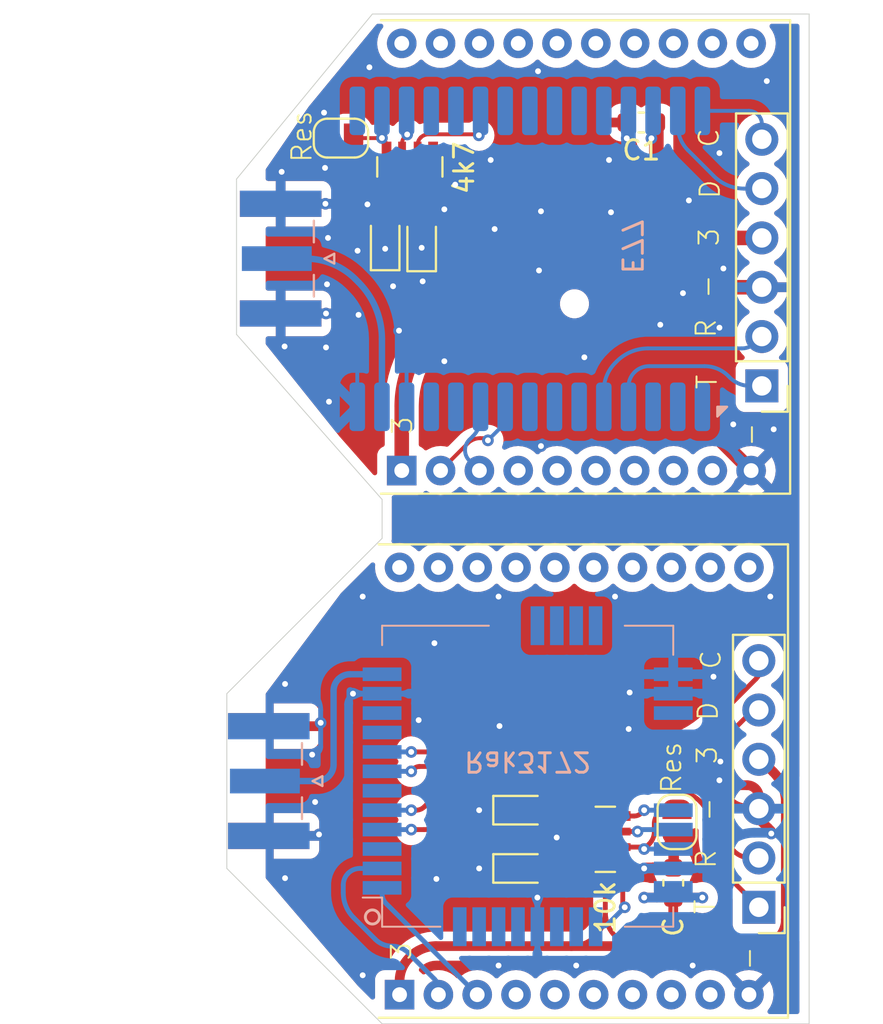
<source format=kicad_pcb>
(kicad_pcb (version 20240108) (generator "pcbnew") (generator_version "8.0")
  (layers (0 "F.Cu" signal) (31 "B.Cu" signal) (34 "B.Paste" user) (35 "F.Paste" user) (36 "B.SilkS" user "B.Silkscreen") (37 "F.SilkS" user "F.Silkscreen") (38 "B.Mask" user) (39 "F.Mask" user) (44 "Edge.Cuts" user))
  (net 0 "")
  (net 1 "Net-(J1-Pin_1)")
  (net 2 "Net-(J1-Pin_2)")
  (net 3 "Net-(JP1-B)")
  (net 4 "Net-(JP2-B)")
  (net 33 "Net-(J1-Pin_4)")
  (net 34 "Net-(J1-Pin_6)")
  (net 35 "/a3")
  (net 36 "Net-(J1-Pin_5)")
  (net 37 "/a2")
  (net 38 "Net-(AE1-A)")
  (net 39 "Net-(D1-A)")
  (net 40 "Net-(D2-A)")
  (net 41 "/b6")
  (net 42 "/b7R")
  (net 43 "Net-(RN1-R3.1)")
  (net 45 "Net-(RN1-R1.2)")
  (net 46 "Net-(RN1-R2.1)")
  (net 50 "Net-(U2-DIN)")
  (net 51 "Net-(U2-DOUT)")
  (net 57 "Net-(D3-A)")
  (net 58 "Net-(D4-A)")
  (net 70 "Net-(AE2-A)")
  (net 71 "Net-(J2-Pin_4)")
  (net 72 "GND")
  (net 73 "Net-(J2-Pin_6)")
  (net 74 "Net-(J2-Pin_5)")
  (net 75 "Net-(RN2-R4.1)")
  (net 76 "Net-(RN2-R1.1)")
  (net 77 "Net-(RN2-R3.1)")
  (footprint "LED_SMD:LED_0603_1608Metric" (layer "F.Cu") (at 121.7125 110)
    (property "Reference" "D4" (hide yes))
    (property "Value" "LED")
  )
  (footprint "Jumper:SolderJumper-2_P1.3mm_Open_RoundedPad1.0x1.5mm" (layer "F.Cu") (at 129.6924 107.6048 90)
    (property "Reference" "JP2" (hide yes))
    (property "Value" "Jumper_2_Open")
  )
  (footprint "Resistor_SMD:R_Array_Convex_4x0603" (layer "F.Cu") (at 115.9284 73.8726 -90)
    (property "Reference" "RN1")
    (property "Value" "4k7")
  )
  (footprint "Connector_PinHeader_2.54mm:PinHeader_1x06_P2.54mm_Vertical" (layer "F.Cu") (at 134.064 85.1502 180)
    (property "Reference" "J2")
    (property "Value" "Conn_01x06_Pin")
  )
  (footprint "LED_SMD:LED_0603_1608Metric" (layer "F.Cu") (at 114.6584 77.7081 90)
    (property "Reference" "D1")
    (property "Value" "LED")
  )
  (footprint "Capacitor_SMD:C_0603_1608Metric" (layer "F.Cu") (at 129.5 110.744 90)
    (property "Reference" "C2" (hide yes))
    (property "Value" "C")
  )
  (footprint "1meine:XBee-KiCad-Rookie" (layer "F.Cu") (at 135.41 117.69 90)
    (property "Reference" "U2" (hide yes))
    (property "Value" "XBEE_MODULE")
  )
  (footprint "LED_SMD:LED_0603_1608Metric" (layer "F.Cu") (at 121.7125 107)
    (property "Reference" "D3" (hide yes))
    (property "Value" "LED")
  )
  (footprint "1meine:XBee-KiCad-Rookie" (layer "F.Cu") (at 135.5216 90.7016 90)
    (property "Reference" "U1")
    (property "Value" "XBEE_MODULE")
  )
  (footprint "Resistor_SMD:R_Array_Convex_4x0603" (layer "F.Cu") (at 126 108.5 180)
    (property "Reference" "RN2" (hide yes))
    (property "Value" "10k")
  )
  (footprint "LED_SMD:LED_0603_1608Metric" (layer "F.Cu") (at 116.538 77.7589 90)
    (property "Reference" "D2")
    (property "Value" "LED")
  )
  (footprint "Capacitor_SMD:C_0603_1608Metric" (layer "F.Cu") (at 127.8534 71.5866 180)
    (property "Reference" "C1")
    (property "Value" "C")
  )
  (footprint "Jumper:SolderJumper-2_P1.3mm_Open_RoundedPad1.0x1.5mm" (layer "F.Cu") (at 112.38 72.39)
    (property "Reference" "JP1" (hide yes))
    (property "Value" "Jumper_2_Open")
  )
  (footprint "Connector_PinHeader_2.54mm:PinHeader_1x06_P2.54mm_Vertical" (layer "F.Cu") (at 133.9088 112 180)
    (property "Reference" "J1" (hide yes))
    (property "Value" "Conn_01x06_Pin")
  )
  (footprint "1meine:rak3172" (layer "B.Cu") (at 122 105.5)
    (property "Reference" "U4" (hide yes))
    (property "Value" "Rak3172")
  )
  (footprint "Connector_Coaxial:SMA_Samtec_SMA-J-P-X-ST-EM1_EdgeMount" (layer "B.Cu") (at 108.6625 105.5 90)
    (property "Reference" "AE2" (hide yes))
    (property "Value" "Antenna_Shield")
  )
  (footprint "Connector_Coaxial:SMA_Samtec_SMA-J-P-X-ST-EM1_EdgeMount" (layer "B.Cu") (at 109.2736 78.597 90)
    (property "Reference" "AE1")
    (property "Value" "Antenna_Shield")
  )
  (footprint "1meine:EbyteE77" (layer "B.Cu") (at 122.1116 78.6066 90)
    (property "Reference" "U3")
    (property "Value" "E77")
  )
  (gr_line (start 136.5 118) (end 114.5 118) (stroke (width 0.05)) (layer "Edge.Cuts"))
  (gr_line (start 136.5 118) (end 136.5 66) (stroke (width 0.05)) (layer "Edge.Cuts"))
  (gr_line (start 114.5 118) (end 106.5 110) (stroke (width 0.05)) (layer "Edge.Cuts"))
  (gr_line (start 136.5 66) (end 114 66) (stroke (width 0.05)) (layer "Edge.Cuts"))
  (gr_line (start 106.5 101) (end 114.5 93) (stroke (width 0.05)) (layer "Edge.Cuts"))
  (gr_line (start 107 74.5) (end 114 66) (stroke (width 0.05)) (layer "Edge.Cuts"))
  (gr_line (start 106.5 110) (end 106.5 101) (stroke (width 0.05)) (layer "Edge.Cuts"))
  (gr_line (start 114.5 93) (end 114.5 91) (stroke (width 0.05)) (layer "Edge.Cuts"))
  (gr_line (start 114.5 91) (end 107 82.5) (stroke (width 0.05)) (layer "Edge.Cuts"))
  (gr_line (start 107 82.5) (end 107 74.5) (stroke (width 0.05)) (layer "Edge.Cuts"))
  (gr_text "C" (at 132.0292 99.822 90) (layer "F.SilkS") (effects (font (size 1 1) (thickness 0.1)) (justify left bottom)))
  (gr_text "T" (at 131.826 85.3948 90) (layer "F.SilkS") (effects (font (size 1 1) (thickness 0.1)) (justify left bottom)))
  (gr_text "3" (at 116.078 114.808 90) (layer "F.SilkS") (effects (font (size 1 1) (thickness 0.1)) (justify left bottom)))
  (gr_text "3" (at 116.1288 87.7316 90) (layer "F.SilkS") (effects (font (size 1 1) (thickness 0.1)) (justify left bottom)))
  (gr_text "R" (at 131.7752 82.7532 90) (layer "F.SilkS") (effects (font (size 1 1) (thickness 0.1)) (justify left bottom)))
  (gr_text "R" (at 131.7752 110.0836 90) (layer "F.SilkS") (effects (font (size 1 1) (thickness 0.1)) (justify left bottom)))
  (gr_text "Res" (at 110.9472 73.7108 90) (layer "F.SilkS") (effects (font (size 1 1) (thickness 0.1)) (justify left bottom)))
  (gr_text "3" (at 131.826 104.6988 90) (layer "F.SilkS") (effects (font (size 1 1) (thickness 0.1)) (justify left bottom)))
  (gr_text "-" (at 131.8768 107.6452 90) (layer "F.SilkS") (effects (font (size 1 1) (thickness 0.1)) (justify left bottom)))
  (gr_text "-" (at 131.826 80.7212 90) (layer "F.SilkS") (effects (font (size 1 1) (thickness 0.1)) (justify left bottom)))
  (gr_text "C" (at 131.9276 72.9488 90) (layer "F.SilkS") (effects (font (size 1 1) (thickness 0.1)) (justify left bottom)))
  (gr_text "D" (at 131.9784 75.5904 90) (layer "F.SilkS") (effects (font (size 1 1) (thickness 0.1)) (justify left bottom)))
  (gr_text "D" (at 131.8768 102.4636 90) (layer "F.SilkS") (effects (font (size 1 1) (thickness 0.1)) (justify left bottom)))
  (gr_text "T" (at 131.7244 112.4204 90) (layer "F.SilkS") (effects (font (size 1 1) (thickness 0.1)) (justify left bottom)))
  (gr_text "3" (at 131.9276 78.0288 90) (layer "F.SilkS") (effects (font (size 1 1) (thickness 0.1)) (justify left bottom)))
  (gr_text "-" (at 134.0612 88.3412 90) (layer "F.SilkS") (effects (font (size 1 1) (thickness 0.1)) (justify left bottom)))
  (gr_text "-" (at 133.9596 115.316 90) (layer "F.SilkS") (effects (font (size 1 1) (thickness 0.1)) (justify left bottom)))
  (gr_text "Res" (at 129.9924 106.2048 90) (layer "F.SilkS") (effects (font (size 1 1) (thickness 0.1)) (justify left bottom)))
  (segment (start 116 108) (end 116.654371 108) (width 0.25) (layer "F.Cu") (net 1))
  (segment (start 129.559908 106) (end 120.722956 106) (width 0.25) (layer "F.Cu") (net 1))
  (segment (start 131.4268 107.866891) (end 131.4268 108.3058) (width 0.25) (layer "F.Cu") (net 1))
  (segment (start 132.283954 110.375154) (end 133.9088 112) (width 0.25) (layer "F.Cu") (net 1))
  (segment (start 117.771453 107.537289) (end 118.308743 107) (width 0.25) (layer "F.Cu") (net 1))
  (segment (start 134 111.75) (end 134 112) (width 0.25) (layer "F.Cu") (net 1))
  (via (at 116 108) (size 0.6) (drill 0.3) (layers "F.Cu" "B.Cu") (net 1))
  (arc (start 120.722956 106) (mid 119.416393 106.259891) (end 118.308743 107) (width 0.25) (layer "F.Cu") (net 1))
  (arc (start 134 111.75) (mid 133.954057 111.51903) (end 133.823223 111.323223) (width 0.25) (layer "F.Cu") (net 1))
  (arc (start 130.88 106.5468) (mid 130.274336 106.142108) (end 129.559908 106) (width 0.25) (layer "F.Cu") (net 1))
  (arc (start 117.771453 107.537289) (mid 117.258931 107.879745) (end 116.654371 108) (width 0.25) (layer "F.Cu") (net 1))
  (arc (start 131.4268 108.3058) (mid 131.649567 109.425726) (end 132.283954 110.375154) (width 0.25) (layer "F.Cu") (net 1))
  (arc (start 130.88 106.5468) (mid 131.284691 107.152463) (end 131.4268 107.866891) (width 0.25) (layer "F.Cu") (net 1))
  (segment (start 116 108) (end 114.5 108) (width 0.25) (layer "B.Cu") (net 1))
  (segment (start 132.619916 109.099516) (end 132.415615 108.895215) (width 0.25) (layer "F.Cu") (net 2))
  (segment (start 129.448611 105.41) (end 119.214299 105.41) (width 0.25) (layer "F.Cu") (net 2))
  (segment (start 131.1656 106.1212) (end 131.337984 106.293584) (width 0.25) (layer "F.Cu") (net 2))
  (segment (start 116.676776 106.823223) (end 117.295 106.205) (width 0.25) (layer "F.Cu") (net 2))
  (segment (start 116 107) (end 116.25 107) (width 0.25) (layer "F.Cu") (net 2))
  (segment (start 133.4902 109.46) (end 134 109.46) (width 0.25) (layer "F.Cu") (net 2))
  (via (at 116 107) (size 0.6) (drill 0.3) (layers "F.Cu" "B.Cu") (net 2))
  (arc (start 131.8768 107.5944) (mid 132.016833 108.298396) (end 132.415615 108.895215) (width 0.25) (layer "F.Cu") (net 2))
  (arc (start 131.337984 106.293584) (mid 131.736766 106.890403) (end 131.8768 107.5944) (width 0.25) (layer "F.Cu") (net 2))
  (arc (start 119.214299 105.41) (mid 118.175582 105.616613) (end 117.295 106.205) (width 0.25) (layer "F.Cu") (net 2))
  (arc (start 131.1656 106.1212) (mid 130.377838 105.594834) (end 129.448611 105.41) (width 0.25) (layer "F.Cu") (net 2))
  (arc (start 116.676776 106.823223) (mid 116.480969 106.954057) (end 116.25 107) (width 0.25) (layer "F.Cu") (net 2))
  (arc (start 132.619916 109.099516) (mid 133.019205 109.366313) (end 133.4902 109.46) (width 0.25) (layer "F.Cu") (net 2))
  (segment (start 116 107) (end 114.5 107) (width 0.25) (layer "B.Cu") (net 2))
  (segment (start 114.483064 72.39) (end 113.03 72.39) (width 0.2) (layer "F.Cu") (net 3))
  (segment (start 114.7284 72.789242) (end 114.7284 72.9726) (width 0.2) (layer "F.Cu") (net 3))
  (segment (start 114.61 72.5034) (end 114.4916 72.385) (width 0.2) (layer "F.Cu") (net 3))
  (segment (start 114.4891 72.3875) (end 114.4916 72.385) (width 0.2) (layer "F.Cu") (net 3))
  (via (at 114.4916 72.385) (size 0.6) (drill 0.3) (layers "F.Cu" "B.Cu") (net 3))
  (arc (start 114.4891 72.3875) (mid 114.48633 72.38935) (end 114.483064 72.39) (width 0.2) (layer "F.Cu") (net 3))
  (arc (start 114.61 72.5034) (mid 114.697628 72.634545) (end 114.7284 72.789242) (width 0.2) (layer "F.Cu") (net 3))
  (segment (start 114.4916 72.385) (end 114.4916 70.9866) (width 0.2) (layer "B.Cu") (net 3))
  (segment (start 127.829289 108.9) (end 126.9 108.9) (width 0.25) (layer "F.Cu") (net 4))
  (segment (start 129.268981 106.9548) (end 129.6924 106.9548) (width 0.25) (layer "F.Cu") (net 4))
  (segment (start 128.524 107.699781) (end 128.524 108.105476) (width 0.25) (layer "F.Cu") (net 4))
  (segment (start 128 109) (end 127.95 108.95) (width 0.25) (layer "F.Cu") (net 4))
  (segment (start 128 109) (end 128.262 108.738) (width 0.25) (layer "F.Cu") (net 4))
  (via (at 128 109) (size 0.6) (drill 0.3) (layers "F.Cu" "B.Cu") (net 4))
  (arc (start 128.524 108.105476) (mid 128.455908 108.447795) (end 128.262 108.738) (width 0.25) (layer "F.Cu") (net 4))
  (arc (start 127.829289 108.9) (mid 127.894617 108.912994) (end 127.95 108.95) (width 0.25) (layer "F.Cu") (net 4))
  (arc (start 129.268981 106.9548) (mid 128.983889 107.011508) (end 128.7422 107.173) (width 0.25) (layer "F.Cu") (net 4))
  (arc (start 128.7422 107.173) (mid 128.580708 107.414689) (end 128.524 107.699781) (width 0.25) (layer "F.Cu") (net 4))
  (segment (start 128 109) (end 129.5 109) (width 0.25) (layer "B.Cu") (net 4))
  (segment (start 135.3 106.599238) (end 135.3 112.634314) (width 0.5) (layer "F.Cu") (net 33))
  (segment (start 129.5 111.5) (end 131 111.5) (width 0.5) (layer "F.Cu") (net 33))
  (segment (start 124.25 114) (end 117.277817 114) (width 0.5) (layer "F.Cu") (net 33))
  (segment (start 126 112.25) (end 126 109.326776) (width 0.25) (layer "F.Cu") (net 33))
  (segment (start 124.25 114) (end 127.75 114) (width 0.5) (layer "F.Cu") (net 33))
  (segment (start 129.5 111.5) (end 128 111.5) (width 0.5) (layer "F.Cu") (net 33))
  (segment (start 125.573223 108.9) (end 125.1 108.9) (width 0.25) (layer "F.Cu") (net 33))
  (segment (start 128.25 114) (end 127.75 114) (width 0.5) (layer "F.Cu") (net 33))
  (segment (start 125.1 108.9) (end 125.1 108.1) (width 0.25) (layer "F.Cu") (net 33))
  (segment (start 134.65 105.03) (end 134 104.38) (width 0.5) (layer "F.Cu") (net 33))
  (segment (start 115.4 115.8) (end 115.4 116.5) (width 0.5) (layer "F.Cu") (net 33))
  (segment (start 129.5 112.75) (end 129.5 111.5) (width 0.5) (layer "F.Cu") (net 33))
  (segment (start 130.75 114) (end 133.934314 114) (width 0.5) (layer "F.Cu") (net 33))
  (segment (start 128.25 114) (end 130.75 114) (width 0.5) (layer "F.Cu") (net 33))
  (segment (start 115.949999 114.549999) (end 115.894974 114.605025) (width 0.5) (layer "F.Cu") (net 33))
  (via (at 131 111.5) (size 0.6) (drill 0.3) (layers "F.Cu" "B.Cu") (net 33))
  (via (at 128 111.5) (size 0.6) (drill 0.3) (layers "F.Cu" "B.Cu") (net 33))
  (arc (start 115.4 115.8) (mid 115.528639 115.153284) (end 115.894974 114.605025) (width 0.5) (layer "F.Cu") (net 33))
  (arc (start 134.9 113.6) (mid 135.196043 113.156939) (end 135.3 112.634314) (width 0.5) (layer "F.Cu") (net 33))
  (arc (start 133.934314 114) (mid 134.456939 113.896043) (end 134.9 113.6) (width 0.5) (layer "F.Cu") (net 33))
  (arc (start 115.949999 114.549999) (mid 116.559207 114.14294) (end 117.277817 114) (width 0.5) (layer "F.Cu") (net 33))
  (arc (start 128.25 114) (mid 129.133883 113.633883) (end 129.5 112.75) (width 0.5) (layer "F.Cu") (net 33))
  (arc (start 126 112.25) (mid 125.487436 113.487436) (end 124.25 114) (width 0.25) (layer "F.Cu") (net 33))
  (arc (start 129.5 112.75) (mid 129.866116 113.633883) (end 130.75 114) (width 0.5) (layer "F.Cu") (net 33))
  (arc (start 126 109.326776) (mid 125.967513 109.163456) (end 125.875 109.025) (width 0.25) (layer "F.Cu") (net 33))
  (arc (start 126 112.25) (mid 126.512563 113.487436) (end 127.75 114) (width 0.25) (layer "F.Cu") (net 33))
  (arc (start 134.65 105.03) (mid 135.13107 105.749972) (end 135.3 106.599238) (width 0.5) (layer "F.Cu") (net 33))
  (arc (start 125.875 109.025) (mid 125.736543 108.932486) (end 125.573223 108.9) (width 0.25) (layer "F.Cu") (net 33))
  (segment (start 128.646446 111.5) (end 129.353553 111.5) (width 0.5) (layer "B.Cu") (net 33))
  (segment (start 128.646446 111.5) (end 128 111.5) (width 0.5) (layer "B.Cu") (net 33))
  (segment (start 129.25 111.25) (end 129.5 111) (width 0.5) (layer "B.Cu") (net 33))
  (segment (start 129.353553 111.5) (end 131 111.5) (width 0.5) (layer "B.Cu") (net 33))
  (arc (start 129.25 111.25) (mid 129.218254 111.409596) (end 129.353553 111.5) (width 0.5) (layer "B.Cu") (net 33))
  (arc (start 128.646446 111.5) (mid 128.973087 111.435027) (end 129.25 111.25) (width 0.5) (layer "B.Cu") (net 33))
  (segment (start 116 104) (end 127.746036 104) (width 0.25) (layer "F.Cu") (net 34))
  (segment (start 134 99.65) (end 134 99.3) (width 0.25) (layer "F.Cu") (net 34))
  (segment (start 133.752512 100.247487) (end 131.593792 102.406207) (width 0.25) (layer "F.Cu") (net 34))
  (via (at 116 104) (size 0.6) (drill 0.3) (layers "F.Cu" "B.Cu") (net 34))
  (arc (start 133.752512 100.247487) (mid 133.935679 99.973357) (end 134 99.65) (width 0.25) (layer "F.Cu") (net 34))
  (arc (start 127.746036 104) (mid 129.828426 103.585786) (end 131.593792 102.406207) (width 0.25) (layer "F.Cu") (net 34))
  (segment (start 116 104) (end 114.5 104) (width 0.25) (layer "B.Cu") (net 34))
  (segment (start 119.174771 87.745827) (end 118.994453 87.926146) (width 0.2) (layer "B.Cu") (net 35))
  (segment (start 118.994453 88.994453) (end 119.5116 89.5116) (width 0.2) (layer "B.Cu") (net 35))
  (segment (start 119.5716 86.7878) (end 119.5716 86.2266) (width 0.2) (layer "B.Cu") (net 35))
  (arc (start 118.7732 88.4603) (mid 118.830701 88.171218) (end 118.994453 87.926146) (width 0.2) (layer "B.Cu") (net 35))
  (arc (start 118.7732 88.4603) (mid 118.830701 88.749381) (end 118.994453 88.994453) (width 0.2) (layer "B.Cu") (net 35))
  (arc (start 119.5716 86.7878) (mid 119.468467 87.30628) (end 119.174771 87.745827) (width 0.2) (layer "B.Cu") (net 35))
  (segment (start 127.870631 104.7496) (end 116.427459 104.7496) (width 0.25) (layer "F.Cu") (net 36))
  (segment (start 133.482942 101.975057) (end 132.715002 102.742996) (width 0.25) (layer "F.Cu") (net 36))
  (segment (start 133.809 101.84) (end 134 101.84) (width 0.25) (layer "F.Cu") (net 36))
  (segment (start 116.1252 104.8748) (end 116 105) (width 0.25) (layer "F.Cu") (net 36))
  (via (at 116 105) (size 0.6) (drill 0.3) (layers "F.Cu" "B.Cu") (net 36))
  (arc (start 133.482942 101.975057) (mid 133.632538 101.8751) (end 133.809 101.84) (width 0.25) (layer "F.Cu") (net 36))
  (arc (start 127.870631 104.7496) (mid 130.492386 104.2281) (end 132.715002 102.742996) (width 0.25) (layer "F.Cu") (net 36))
  (arc (start 116.1252 104.8748) (mid 116.263877 104.782138) (end 116.427459 104.7496) (width 0.25) (layer "F.Cu") (net 36))
  (segment (start 116 105) (end 114.5 105) (width 0.25) (layer "B.Cu") (net 36))
  (segment (start 119.9416 87.893171) (end 119.9416 87.936234) (width 0.2) (layer "F.Cu") (net 37))
  (segment (start 118.911545 88.111654) (end 117.5116 89.5116) (width 0.2) (layer "F.Cu") (net 37))
  (segment (start 119.952218 87.954361) (end 119.946909 87.949052) (width 0.2) (layer "F.Cu") (net 37))
  (segment (start 119.5611 87.8426) (end 119.891028 87.8426) (width 0.2) (layer "F.Cu") (net 37))
  (via (at 119.952218 87.954361) (size 0.6) (drill 0.3) (layers "F.Cu" "B.Cu") (net 37))
  (arc (start 119.9416 87.936234) (mid 119.942979 87.943171) (end 119.946909 87.949052) (width 0.2) (layer "F.Cu") (net 37))
  (arc (start 119.9416 87.893171) (mid 119.926787 87.857411) (end 119.891028 87.8426) (width 0.2) (layer "F.Cu") (net 37))
  (arc (start 118.911545 88.111654) (mid 119.209563 87.912524) (end 119.5611 87.8426) (width 0.2) (layer "F.Cu") (net 37))
  (segment (start 120.545188 87.36139) (end 119.952218 87.954361) (width 0.2) (layer "B.Cu") (net 37))
  (segment (start 120.8416 86.645789) (end 120.8416 86.2266) (width 0.2) (layer "B.Cu") (net 37))
  (arc (start 120.545188 87.36139) (mid 120.764565 87.033069) (end 120.8416 86.645789) (width 0.2) (layer "B.Cu") (net 37))
  (segment (start 114.4916 82.735026) (end 114.4916 86.2266) (width 0.33) (layer "B.Cu") (net 38))
  (segment (start 113.2796 79.809) (end 113.126138 79.655538) (width 0.33) (layer "B.Cu") (net 38))
  (segment (start 110.5706 78.597) (end 109.0736 78.597) (width 0.33) (layer "B.Cu") (net 38))
  (arc (start 113.126138 79.655538) (mid 111.953647 78.872105) (end 110.5706 78.597) (width 0.33) (layer "B.Cu") (net 38))
  (arc (start 113.2796 79.809) (mid 114.176611 81.151472) (end 114.4916 82.735026) (width 0.33) (layer "B.Cu") (net 38))
  (segment (start 115.5284 75.435417) (end 115.5284 74.7726) (width 0.2) (layer "F.Cu") (net 39))
  (segment (start 115.0934 76.4856) (end 114.6584 76.9206) (width 0.2) (layer "F.Cu") (net 39))
  (arc (start 115.0934 76.4856) (mid 115.415347 76.003771) (end 115.5284 75.435417) (width 0.2) (layer "F.Cu") (net 39))
  (segment (start 116.4332 76.8666) (end 116.538 76.9714) (width 0.2) (layer "F.Cu") (net 40))
  (segment (start 116.3284 76.61359) (end 116.3284 74.7726) (width 0.2) (layer "F.Cu") (net 40))
  (arc (start 116.3284 76.61359) (mid 116.355636 76.750518) (end 116.4332 76.8666) (width 0.2) (layer "F.Cu") (net 40))
  (segment (start 132.413747 84.719147) (end 132.3368 84.6422) (width 0.2) (layer "B.Cu") (net 41))
  (segment (start 128.256834 84.1342) (end 131.110379 84.1342) (width 0.2) (layer "B.Cu") (net 41))
  (segment (start 133.4544 85.1502) (end 134.064 85.1502) (width 0.2) (layer "B.Cu") (net 41))
  (segment (start 127.1916 85.199434) (end 127.1916 86.2266) (width 0.2) (layer "B.Cu") (net 41))
  (arc (start 133.4544 85.1502) (mid 132.891202 85.038172) (end 132.413747 84.719147) (width 0.2) (layer "B.Cu") (net 41))
  (arc (start 127.5036 84.4462) (mid 127.272686 84.791786) (end 127.1916 85.199434) (width 0.2) (layer "B.Cu") (net 41))
  (arc (start 131.110379 84.1342) (mid 131.774113 84.266224) (end 132.3368 84.6422) (width 0.2) (layer "B.Cu") (net 41))
  (arc (start 128.256834 84.1342) (mid 127.849186 84.215286) (end 127.5036 84.4462) (width 0.2) (layer "B.Cu") (net 41))
  (segment (start 126.512599 83.964) (end 126.589199 83.887399) (width 0.2) (layer "B.Cu") (net 42))
  (segment (start 125.9216 85.3908) (end 125.9216 86.2266) (width 0.2) (layer "B.Cu") (net 42))
  (segment (start 133.7592 82.915) (end 134.064 82.6102) (width 0.2) (layer "B.Cu") (net 42))
  (segment (start 133.023347 83.2198) (end 128.200928 83.2198) (width 0.2) (layer "B.Cu") (net 42))
  (arc (start 126.589199 83.887399) (mid 127.328667 83.393303) (end 128.200928 83.2198) (width 0.2) (layer "B.Cu") (net 42))
  (arc (start 133.7592 82.915) (mid 133.421587 83.140585) (end 133.023347 83.2198) (width 0.2) (layer "B.Cu") (net 42))
  (arc (start 125.9216 85.3908) (mid 126.075195 84.618621) (end 126.512599 83.964) (width 0.2) (layer "B.Cu") (net 42))
  (segment (start 115.5284 72.652154) (end 115.5284 72.9726) (width 0.2) (layer "F.Cu") (net 43))
  (segment (start 115.791341 72.203286) (end 115.65987 72.334756) (width 0.2) (layer "F.Cu") (net 43))
  (via (at 115.791341 72.203286) (size 0.6) (drill 0.3) (layers "F.Cu" "B.Cu") (net 43))
  (arc (start 115.65987 72.334756) (mid 115.562567 72.480379) (end 115.5284 72.652154) (width 0.2) (layer "F.Cu") (net 43))
  (segment (start 115.791341 72.203286) (end 115.791341 71.037371) (width 0.2) (layer "B.Cu") (net 43))
  (segment (start 115.77647 71.00147) (end 115.7616 70.9866) (width 0.2) (layer "B.Cu") (net 43))
  (arc (start 115.77647 71.00147) (mid 115.787476 71.017941) (end 115.791341 71.037371) (width 0.2) (layer "B.Cu") (net 43))
  (segment (start 114.7284 74.324228) (end 114.7284 74.7726) (width 0.2) (layer "F.Cu") (net 45))
  (segment (start 117.1284 74.324228) (end 117.1284 74.7726) (width 0.2) (layer "F.Cu") (net 45))
  (segment (start 115.129228 73.9234) (end 116.727571 73.9234) (width 0.2) (layer "F.Cu") (net 45))
  (arc (start 115.129228 73.9234) (mid 114.975838 73.953911) (end 114.8458 74.0408) (width 0.2) (layer "F.Cu") (net 45))
  (arc (start 117.011 74.0408) (mid 117.097888 74.170838) (end 117.1284 74.324228) (width 0.2) (layer "F.Cu") (net 45))
  (arc (start 117.011 74.0408) (mid 116.880961 73.953911) (end 116.727571 73.9234) (width 0.2) (layer "F.Cu") (net 45))
  (arc (start 114.8458 74.0408) (mid 114.758911 74.170838) (end 114.7284 74.324228) (width 0.2) (layer "F.Cu") (net 45))
  (segment (start 119.459 72.2216) (end 119.4844 72.247) (width 0.2) (layer "F.Cu") (net 46))
  (segment (start 119.397678 72.1962) (end 116.885599 72.1962) (width 0.2) (layer "F.Cu") (net 46))
  (segment (start 116.3284 72.7476) (end 116.3284 72.9726) (width 0.2) (layer "F.Cu") (net 46))
  (segment (start 116.4916 72.3594) (end 116.487499 72.3635) (width 0.2) (layer "F.Cu") (net 46))
  (via (at 119.4844 72.247) (size 0.6) (drill 0.3) (layers "F.Cu" "B.Cu") (net 46))
  (arc (start 119.459 72.2216) (mid 119.430865 72.202801) (end 119.397678 72.1962) (width 0.2) (layer "F.Cu") (net 46))
  (arc (start 116.3284 72.7476) (mid 116.369748 72.539726) (end 116.487499 72.3635) (width 0.2) (layer "F.Cu") (net 46))
  (arc (start 116.4916 72.3594) (mid 116.672368 72.238614) (end 116.885599 72.1962) (width 0.2) (layer "F.Cu") (net 46))
  (segment (start 119.4844 72.247) (end 119.528 72.2034) (width 0.2) (layer "B.Cu") (net 46))
  (segment (start 119.5716 72.09814) (end 119.5716 70.9866) (width 0.2) (layer "B.Cu") (net 46))
  (arc (start 119.528 72.2034) (mid 119.560268 72.155106) (end 119.5716 72.09814) (width 0.2) (layer "B.Cu") (net 46))
  (segment (start 114.5 111.3) (end 114.5 111) (width 0.25) (layer "B.Cu") (net 50))
  (segment (start 114.712132 111.812132) (end 119.4 116.5) (width 0.25) (layer "B.Cu") (net 50))
  (arc (start 114.5 111.3) (mid 114.555131 111.577163) (end 114.712132 111.812132) (width 0.25) (layer "B.Cu") (net 50))
  (segment (start 112.5 110.853553) (end 112.5 111.25) (width 0.25) (layer "B.Cu") (net 51))
  (segment (start 113.353553 110) (end 114.5 110) (width 0.25) (layer "B.Cu") (net 51))
  (segment (start 117.4 116.2) (end 117.4 116.5) (width 0.25) (layer "B.Cu") (net 51))
  (segment (start 114.146465 113.646465) (end 113.03033 112.53033) (width 0.25) (layer "B.Cu") (net 51))
  (segment (start 117.187867 115.687867) (end 115.853565 114.353565) (width 0.25) (layer "B.Cu") (net 51))
  (arc (start 114.146465 113.646465) (mid 114.53806 113.90812) (end 115 114) (width 0.25) (layer "B.Cu") (net 51))
  (arc (start 115.853565 114.353565) (mid 115.461938 114.091888) (end 115 114) (width 0.25) (layer "B.Cu") (net 51))
  (arc (start 117.4 116.2) (mid 117.344868 115.922835) (end 117.187867 115.687867) (width 0.25) (layer "B.Cu") (net 51))
  (arc (start 113.03033 112.53033) (mid 112.637828 111.942909) (end 112.5 111.25) (width 0.25) (layer "B.Cu") (net 51))
  (arc (start 112.75 110.25) (mid 113.026912 110.064972) (end 113.353553 110) (width 0.25) (layer "B.Cu") (net 51))
  (arc (start 112.5 110.853553) (mid 112.564972 110.526912) (end 112.75 110.25) (width 0.25) (layer "B.Cu") (net 51))
  (segment (start 122.65 107.15) (end 122.5 107) (width 0.25) (layer "F.Cu") (net 57))
  (segment (start 123.012132 107.3) (end 125.1 107.3) (width 0.25) (layer "F.Cu") (net 57))
  (arc (start 123.012132 107.3) (mid 122.816147 107.261016) (end 122.65 107.15) (width 0.25) (layer "F.Cu") (net 57))
  (segment (start 122.65 109.85) (end 122.5 110) (width 0.25) (layer "F.Cu") (net 58))
  (segment (start 123.012132 109.7) (end 125.1 109.7) (width 0.25) (layer "F.Cu") (net 58))
  (arc (start 122.65 109.85) (mid 122.816147 109.738983) (end 123.012132 109.7) (width 0.25) (layer "F.Cu") (net 58))
  (segment (start 112.853553 100) (end 114.5 100) (width 0.33) (layer "B.Cu") (net 70))
  (segment (start 112 100.853553) (end 112 104.646446) (width 0.33) (layer "B.Cu") (net 70))
  (segment (start 111.146446 105.5) (end 108.4625 105.5) (width 0.33) (layer "B.Cu") (net 70))
  (arc (start 111.75 105.25) (mid 111.473087 105.435027) (end 111.146446 105.5) (width 0.33) (layer "B.Cu") (net 70))
  (arc (start 112.853553 100) (mid 112.526912 100.064972) (end 112.25 100.25) (width 0.33) (layer "B.Cu") (net 70))
  (arc (start 111.75 105.25) (mid 111.935027 104.973087) (end 112 104.646446) (width 0.33) (layer "B.Cu") (net 70))
  (arc (start 112 100.853553) (mid 112.064972 100.526912) (end 112.25 100.25) (width 0.33) (layer "B.Cu") (net 70))
  (segment (start 132.847179 77.5302) (end 132.441572 77.5302) (width 0.75) (layer "F.Cu") (net 71))
  (segment (start 130.295248 77.5302) (end 129.196716 77.5302) (width 0.75) (layer "F.Cu") (net 71))
  (segment (start 133.658393 77.5302) (end 132.847179 77.5302) (width 0.75) (layer "F.Cu") (net 71))
  (segment (start 132.441572 77.5302) (end 130.819144 77.5302) (width 0.75) (layer "F.Cu") (net 71))
  (segment (start 115.5116 86.195363) (end 115.5116 89.5116) (width 0.75) (layer "F.Cu") (net 71))
  (segment (start 126.999652 77.5302) (end 126.132856 77.5302) (width 0.75) (layer "F.Cu") (net 71))
  (segment (start 128.6284 71.786718) (end 128.6284 71.986836) (width 0.2) (layer "F.Cu") (net 71))
  (segment (start 126.132856 77.5302) (end 124.167528 77.5302) (width 0.75) (layer "F.Cu") (net 71))
  (segment (start 130.295248 77.5302) (end 130.819144 77.5302) (width 0.75) (layer "F.Cu") (net 71))
  (segment (start 128.458039 72.31576) (end 128.3744 72.3994) (width 0.2) (layer "F.Cu") (net 71))
  (segment (start 122.693532 77.5302) (end 122.2022 77.5302) (width 0.75) (layer "F.Cu") (net 71))
  (segment (start 121.725234 76.773834) (end 118.205287 73.253887) (width 0.2) (layer "F.Cu") (net 71))
  (segment (start 124.167528 77.5302) (end 123.676196 77.5302) (width 0.75) (layer "F.Cu") (net 71))
  (segment (start 117.5262 72.9726) (end 117.1284 72.9726) (width 0.2) (layer "F.Cu") (net 71))
  (segment (start 123.676196 77.5302) (end 122.693532 77.5302) (width 0.75) (layer "F.Cu") (net 71))
  (segment (start 128.6284 71.786718) (end 128.6284 77.3778) (width 0.75) (layer "F.Cu") (net 71))
  (segment (start 129.196716 77.5302) (end 128.098184 77.5302) (width 0.75) (layer "F.Cu") (net 71))
  (segment (start 117.105392 82.347607) (end 121.725234 77.727765) (width 0.75) (layer "F.Cu") (net 71))
  (segment (start 128.552199 72.170799) (end 128.49396 72.229039) (width 0.2) (layer "F.Cu") (net 71))
  (segment (start 133.658393 77.5302) (end 134.064 77.5302) (width 0.75) (layer "F.Cu") (net 71))
  (segment (start 128.098184 77.5302) (end 126.999652 77.5302) (width 0.75) (layer "F.Cu") (net 71))
  (via (at 128.3744 72.3994) (size 0.6) (drill 0.3) (layers "F.Cu" "B.Cu") (net 71))
  (arc (start 121.9228 77.2508) (mid 121.871454 77.508931) (end 121.725234 77.727765) (width 0.75) (layer "F.Cu") (net 71))
  (arc (start 128.6284 71.786718) (mid 128.6284 71.786718) (end 128.6284 71.786718) (width 0.2) (layer "F.Cu") (net 71))
  (arc (start 121.725234 76.773834) (mid 121.871454 76.992667) (end 121.9228 77.2508) (width 0.2) (layer "F.Cu") (net 71))
  (arc (start 117.5262 72.9726) (mid 117.893719 73.045704) (end 118.205287 73.253887) (width 0.2) (layer "F.Cu") (net 71))
  (arc (start 121.725234 77.727765) (mid 121.944067 77.581545) (end 122.2022 77.5302) (width 0.75) (layer "F.Cu") (net 71))
  (arc (start 128.458039 72.31576) (mid 128.471332 72.295866) (end 128.476 72.2724) (width 0.2) (layer "F.Cu") (net 71))
  (arc (start 128.476 72.2724) (mid 128.480667 72.248933) (end 128.49396 72.229039) (width 0.2) (layer "F.Cu") (net 71))
  (arc (start 121.9228 77.2508) (mid 122.004634 77.448365) (end 122.2022 77.5302) (width 0.2) (layer "F.Cu") (net 71))
  (arc (start 128.552199 72.170799) (mid 128.608595 72.086396) (end 128.6284 71.986836) (width 0.2) (layer "F.Cu") (net 71))
  (arc (start 117.105392 82.347607) (mid 115.925813 84.112972) (end 115.5116 86.195363) (width 0.75) (layer "F.Cu") (net 71))
  (segment (start 128.418 71.0302) (end 128.4616 70.9866) (width 0.2) (layer "B.Cu") (net 71))
  (segment (start 128.3744 71.135459) (end 128.3744 72.3994) (width 0.2) (layer "B.Cu") (net 71))
  (arc (start 128.3744 71.135459) (mid 128.385731 71.078493) (end 128.418 71.0302) (width 0.2) (layer "B.Cu") (net 71))
  (segment (start 133.9088 106.3174) (end 133.9088 106.915191) (width 0.5) (layer "F.Cu") (net 72))
  (segment (start 131.9276 105.469642) (end 131.9276 104.4956) (width 0.5) (layer "F.Cu") (net 72))
  (segment (start 127.0784 72.355015) (end 127.0784 71.5866) (width 0.2) (layer "F.Cu") (net 72))
  (segment (start 130 80.6798) (end 130 80.375) (width 0.75) (layer "F.Cu") (net 72))
  (segment (start 127.1044 72.3994) (end 127.0914 72.3864) (width 0.2) (layer "F.Cu") (net 72))
  (segment (start 128 110) (end 128.025 109.975) (width 0.5) (layer "F.Cu") (net 72))
  (segment (start 133.343 106.92) (end 133.903991 106.92) (width 0.5) (layer "F.Cu") (net 72))
  (segment (start 111.036256 102.675) (end 108.6625 102.675) (width 0.25) (layer "F.Cu") (net 72))
  (segment (start 119.5 107) (end 120.925 107) (width 0.25) (layer "F.Cu") (net 72))
  (segment (start 131.593792 87.593792) (end 133.5116 89.5116) (width 0.75) (layer "F.Cu") (net 72))
  (segment (start 133.902 107.181) (end 133.902 106.931608) (width 0.5) (layer "F.Cu") (net 72))
  (segment (start 134.55 108.204) (end 134.55 108.1436) (width 0.5) (layer "F.Cu") (net 72))
  (segment (start 134.384145 107.917345) (end 134.50729 108.04049) (width 0.5) (layer "F.Cu") (net 72))
  (segment (start 130 80.6798) (end 130 80.3496) (width 0.75) (layer "F.Cu") (net 72))
  (segment (start 111.5088 71.0786) (end 111.6194 71.1892) (width 0.2) (layer "F.Cu") (net 72))
  (segment (start 134.384145 107.917345) (end 134.081746 107.614946) (width 0.5) (layer "F.Cu") (net 72))
  (segment (start 130.126999 80.197199) (end 130.01796 80.306239) (width 0.75) (layer "F.Cu") (net 72))
  (segment (start 129.363952 109.95) (end 128.085355 109.95) (width 0.5) (layer "F.Cu") (net 72))
  (segment (start 133.3062 105.7148) (end 132.166721 105.7148) (width 0.5) (layer "F.Cu") (net 72))
  (segment (start 129.6924 109.621552) (end 129.6924 108.2548) (width 0.2) (layer "F.Cu") (net 72))
  (segment (start 130.433605 80.0702) (end 134.064 80.0702) (width 0.75) (layer "F.Cu") (net 72))
  (segment (start 111.73 71.456212) (end 111.73 72.39) (width 0.2) (layer "F.Cu") (net 72))
  (segment (start 130 80.6798) (end 130 80.9846) (width 0.75) (layer "F.Cu") (net 72))
  (segment (start 130 81.5942) (end 130 81.2894) (width 0.75) (layer "F.Cu") (net 72))
  (segment (start 119.5 110) (end 120.925 110) (width 0.25) (layer "F.Cu") (net 72))
  (segment (start 130 80.3496) (end 130 80.375) (width 0.75) (layer "F.Cu") (net 72))
  (segment (start 130 81.5942) (end 130 82.2038) (width 0.75) (layer "F.Cu") (net 72))
  (segment (start 130 81.5942) (end 130 81.2894) (width 0.75) (layer "F.Cu") (net 72))
  (segment (start 130 80.6798) (end 130 80.9846) (width 0.75) (layer "F.Cu") (net 72))
  (segment (start 130 82.2038) (end 130 81.5942) (width 0.75) (layer "F.Cu") (net 72))
  (segment (start 131.8768 105.4608) (end 132.0546 105.6386) (width 0.2) (layer "F.Cu") (net 72))
  (segment (start 132.377118 106.519918) (end 132.3524 106.4952) (width 0.5) (layer "F.Cu") (net 72))
  (segment (start 111.335 102.5) (end 111.2475 102.5875) (width 0.25) (layer "F.Cu") (net 72))
  (segment (start 111.25 108.25) (end 111.2125 108.2875) (width 0.25) (layer "F.Cu") (net 72))
  (segment (start 130 80.9846) (end 130 81.2894) (width 0.75) (layer "F.Cu") (net 72))
  (segment (start 111.121966 108.325) (end 108.6625 108.325) (width 0.25) (layer "F.Cu") (net 72))
  (segment (start 116.538 78.0382) (end 116.538 78.5464) (width 0.2) (layer "F.Cu") (net 72))
  (segment (start 132.0546 105.6386) (end 132.1054 105.6894) (width 0.2) (layer "F.Cu") (net 72))
  (segment (start 114.6584 78.089) (end 114.6584 78.4956) (width 0.2) (layer "F.Cu") (net 72))
  (segment (start 130 80.9846) (end 130 81.2894) (width 0.75) (layer "F.Cu") (net 72))
  (segment (start 130 82.2038) (end 130 83.746036) (width 0.75) (layer "F.Cu") (net 72))
  (via (at 109.3244 74.1266) (size 0.6) (drill 0.3) (layers "F.Cu" "B.Cu") (net 72))
  (via (at 111.712 77.5302) (size 0.6) (drill 0.3) (layers "F.Cu" "B.Cu") (net 72))
  (via (at 122.6848 88.249) (size 0.6) (drill 0.3) (layers "F.Cu" "B.Cu") (net 72))
  (via (at 120.2972 77.073) (size 0.6) (drill 0.3) (layers "F.Cu" "B.Cu") (net 72))
  (via (at 111.335 102.5) (size 0.6) (drill 0.3) (layers "F.Cu" "B.Cu") (net 72))
  (via (at 114.6584 78.089) (size 0.6) (drill 0.3) (layers "F.Cu" "B.Cu") (net 72))
  (via (at 115.0648 80.0194) (size 0.6) (drill 0.3) (layers "F.Cu" "B.Cu") (net 72))
  (via (at 127.2032 102.8192) (size 0.6) (drill 0.3) (layers "F.Cu" "B.Cu") (net 72))
  (via (at 111.7628 85.963) (size 0.6) (drill 0.3) (layers "F.Cu" "B.Cu") (net 72))
  (via (at 128.8316 82.0006) (size 0.6) (drill 0.3) (layers "F.Cu" "B.Cu") (net 72))
  (via (at 119.5 107) (size 0.6) (drill 0.3) (layers "F.Cu" "B.Cu") (net 72))
  (via (at 113.8456 68.7418) (size 0.6) (drill 0.3) (layers "F.Cu" "B.Cu") (net 72))
  (via (at 111.5794 75.772) (size 0.6) (drill 0.3) (layers "F.Cu" "B.Cu") (net 72))
  (via (at 126.5 96) (size 0.6) (drill 0.3) (layers "F.Cu" "B.Cu") (net 72))
  (via (at 111.0488 106.5784) (size 0.6) (drill 0.3) (layers "F.Cu" "B.Cu") (net 72))
  (via (at 122.5324 68.945) (size 0.6) (drill 0.3) (layers "F.Cu" "B.Cu") (net 72))
  (via (at 111.6104 81.422) (size 0.6) (drill 0.3) (layers "F.Cu" "B.Cu") (net 72))
  (via (at 134.318 69.453) (size 0.6) (drill 0.3) (layers "F.Cu" "B.Cu") (net 72))
  (via (at 126.19 73.517) (size 0.6) (drill 0.3) (layers "F.Cu" "B.Cu") (net 72))
  (via (at 111.5088 71.0786) (size 0.6) (drill 0.3) (layers "F.Cu" "B.Cu") (net 72))
  (via (at 113.5 115.5) (size 0.6) (drill 0.3) (layers "F.Cu" "B.Cu") (net 72))
  (via (at 115.3696 82.3054) (size 0.6) (drill 0.3) (layers "F.Cu" "B.Cu") (net 72))
  (via (at 120.5 115) (size 0.6) (drill 0.3) (layers "F.Cu" "B.Cu") (net 72))
  (via (at 120.094 73.517) (size 0.6) (drill 0.3) (layers "F.Cu" "B.Cu") (net 72))
  (via (at 113.5 96) (size 0.6) (drill 0.3) (layers "F.Cu" "B.Cu") (net 72))
  (via (at 130.3048 75.5998) (size 0.6) (drill 0.3) (layers "F.Cu" "B.Cu") (net 72))
  (via (at 109.5 100.5) (size 0.6) (drill 0.3) (layers "F.Cu" "B.Cu") (net 72))
  (via (at 118.2652 74.787) (size 0.6) (drill 0.3) (layers "F.Cu" "B.Cu") (net 72))
  (via (at 124.92 83.677) (size 0.6) (drill 0.3) (layers "F.Cu" "B.Cu") (net 72))
  (via (at 122.5832 79.2066) (size 0.6) (drill 0.3) (layers "F.Cu" "B.Cu") (net 72))
  (via (at 134.55 108.204) (size 0.6) (drill 0.3) (layers "F.Cu" "B.Cu") (net 72))
  (via (at 111.6612 79.9178) (size 0.6) (drill 0.3) (layers "F.Cu" "B.Cu") (net 72))
  (via (at 109.4768 83.1182) (size 0.6) (drill 0.3) (layers "F.Cu" "B.Cu") (net 72))
  (via (at 124.5 115) (size 0.6) (drill 0.3) (layers "F.Cu" "B.Cu") (net 72))
  (via (at 134.5 96) (size 0.6) (drill 0.3) (layers "F.Cu" "B.Cu") (net 72))
  (via (at 109.5 110.5) (size 0.6) (drill 0.3) (layers "F.Cu" "B.Cu") (net 72))
  (via (at 126.2916 76.2094) (size 0.6) (drill 0.3) (layers "F.Cu" "B.Cu") (net 72))
  (via (at 131.8796 73.1614) (size 0.6) (drill 0.3) (layers "F.Cu" "B.Cu") (net 72))
  (via (at 113.744 75.803) (size 0.6) (drill 0.3) (layers "F.Cu" "B.Cu") (net 72))
  (via (at 113.236 78.1906) (size 0.6) (drill 0.3) (layers "F.Cu" "B.Cu") (net 72))
  (via (at 117.7064 83.8802) (size 0.6) (drill 0.3) (layers "F.Cu" "B.Cu") (net 72))
  (via (at 110.8964 104.14) (size 0.6) (drill 0.3) (layers "F.Cu" "B.Cu") (net 72))
  (via (at 132.0828 79.105) (size 0.6) (drill 0.3) (layers "F.Cu" "B.Cu") (net 72))
  (via (at 127.1044 72.3994) (size 0.6) (drill 0.3) (layers "F.Cu" "B.Cu") (net 72))
  (via (at 117.7064 76.057) (size 0.6) (drill 0.3) (layers "F.Cu" "B.Cu") (net 72))
  (via (at 116.538 78.0382) (size 0.6) (drill 0.3) (layers "F.Cu" "B.Cu") (net 72))
  (via (at 116.5888 79.7654) (size 0.6) (drill 0.3) (layers "F.Cu" "B.Cu") (net 72))
  (via (at 131.8768 105.4608) (size 0.6) (drill 0.3) (layers "F.Cu" "B.Cu") (net 72))
  (via (at 120.5 96) (size 0.6) (drill 0.3) (layers "F.Cu" "B.Cu") (net 72))
  (via (at 122.5 111.5) (size 0.6) (drill 0.3) (layers "F.Cu" "B.Cu") (net 72))
  (via (at 123.4948 108.4072) (size 0.6) (drill 0.3) (layers "F.Cu" "B.Cu") (net 72))
  (via (at 130 80.375) (size 0.6) (drill 0.3) (layers "F.Cu" "B.Cu") (net 72))
  (via (at 113 101) (size 0.6) (drill 0.3) (layers "F.Cu" "B.Cu") (net 72))
  (via (at 131.8796 82.153) (size 0.6) (drill 0.3) (layers "F.Cu" "B.Cu") (net 72))
  (via (at 117.1956 98.3996) (size 0.6) (drill 0.3) (layers "F.Cu" "B.Cu") (net 72))
  (via (at 111.6104 83.169) (size 0.6) (drill 0.3) (layers "F.Cu" "B.Cu") (net 72))
  (via (at 127.254 100.9396) (size 0.6) (drill 0.3) (layers "F.Cu" "B.Cu") (net 72))
  (via (at 122.6848 76.1586) (size 0.6) (drill 0.3) (layers "F.Cu" "B.Cu") (net 72))
  (via (at 120.5484 102.6668) (size 0.6) (drill 0.3) (layers "F.Cu" "B.Cu") (net 72))
  (via (at 113.2868 81.4926) (size 0.6) (drill 0.3) (layers "F.Cu" "B.Cu") (net 72))
  (via (at 134.6736 87.3854) (size 0.6) (drill 0.3) (layers "F.Cu" "B.Cu") (net 72))
  (via (at 116.3828 102.362) (size 0.6) (drill 0.3) (layers "F.Cu" "B.Cu") (net 72))
  (via (at 128 110) (size 0.6) (drill 0.3) (layers "F.Cu" "B.Cu") (net 72))
  (via (at 111.5596 73.9234) (size 0.6) (drill 0.3) (layers "F.Cu" "B.Cu") (net 72))
  (via (at 132.5908 87.1314) (size 0.6) (drill 0.3) (layers "F.Cu" "B.Cu") (net 72))
  (via (at 130.5 115) (size 0.6) (drill 0.3) (layers "F.Cu" "B.Cu") (net 72))
  (via (at 117.2972 110.5408) (size 0.6) (drill 0.3) (layers "F.Cu" "B.Cu") (net 72))
  (via (at 111.25 108.25) (size 0.6) (drill 0.3) (layers "F.Cu" "B.Cu") (net 72))
  (via (at 131.9276 104.4956) (size 0.6) (drill 0.3) (layers "F.Cu" "B.Cu") (net 72))
  (via (at 131.572 100.1268) (size 0.6) (drill 0.3) (layers "F.Cu" "B.Cu") (net 72))
  (via (at 119.5 110) (size 0.6) (drill 0.3) (layers "F.Cu" "B.Cu") (net 72))
  (arc (start 111.036256 102.675) (mid 111.15058 102.652259) (end 111.2475 102.5875) (width 0.25) (layer "F.Cu") (net 72))
  (arc (start 130 80.3496) (mid 130.004667 80.326133) (end 130.01796 80.306239) (width 0.75) (layer "F.Cu") (net 72))
  (arc (start 132.1054 105.6894) (mid 132.133534 105.708198) (end 132.166721 105.7148) (width 0.5) (layer "F.Cu") (net 72))
  (arc (start 131.9276 105.469642) (mid 132.038001 106.02467) (end 132.3524 106.4952) (width 0.5) (layer "F.Cu") (net 72))
  (arc (start 134.50729 108.04049) (mid 134.5389 108.087797) (end 134.55 108.1436) (width 0.5) (layer "F.Cu") (net 72))
  (arc (start 111.2125 108.2875) (mid 111.170962 108.315254) (end 111.121966 108.325) (width 0.25) (layer "F.Cu") (net 72))
  (arc (start 129.5962 109.8538) (mid 129.489643 109.924998) (end 129.363952 109.95) (width 0.2) (layer "F.Cu") (net 72))
  (arc (start 134.384145 107.917345) (mid 134.384145 107.917345) (end 134.384145 107.917345) (width 0.5) (layer "F.Cu") (net 72))
  (arc (start 130 80.9846) (mid 130 80.9846) (end 130 80.9846) (width 0.75) (layer "F.Cu") (net 72))
  (arc (start 131.593792 87.593792) (mid 130.414213 85.828426) (end 130 83.746036) (width 0.75) (layer "F.Cu") (net 72))
  (arc (start 127.0914 72.3864) (mid 127.081778 72.372) (end 127.0784 72.355015) (width 0.2) (layer "F.Cu") (net 72))
  (arc (start 130.126999 80.197199) (mid 130.267671 80.103205) (end 130.433605 80.0702) (width 0.75) (layer "F.Cu") (net 72))
  (arc (start 133.903991 106.92) (mid 133.907391 106.918591) (end 133.9088 106.915191) (width 0.5) (layer "F.Cu") (net 72))
  (arc (start 133.9088 106.3174) (mid 133.732302 105.891297) (end 133.3062 105.7148) (width 0.5) (layer "F.Cu") (net 72))
  (arc (start 133.9054 106.9234) (mid 133.902883 106.927165) (end 133.902 106.931608) (width 0.5) (layer "F.Cu") (net 72))
  (arc (start 132.377118 106.519918) (mid 132.820268 106.816022) (end 133.343 106.92) (width 0.5) (layer "F.Cu") (net 72))
  (arc (start 134.384145 107.917345) (mid 134.384145 107.917345) (end 134.384145 107.917345) (width 0.5) (layer "F.Cu") (net 72))
  (arc (start 133.902 107.181) (mid 133.948714 107.41585) (end 134.081746 107.614946) (width 0.5) (layer "F.Cu") (net 72))
  (arc (start 130 81.5942) (mid 130 81.5942) (end 130 81.5942) (width 0.75) (layer "F.Cu") (net 72))
  (arc (start 130 80.3496) (mid 130 80.3496) (end 130 80.3496) (width 0.75) (layer "F.Cu") (net 72))
  (arc (start 130 80.6798) (mid 130 80.6798) (end 130 80.6798) (width 0.75) (layer "F.Cu") (net 72))
  (arc (start 129.6924 109.621552) (mid 129.667398 109.747243) (end 129.5962 109.8538) (width 0.2) (layer "F.Cu") (net 72))
  (arc (start 133.9088 106.915191) (mid 133.907916 106.919633) (end 133.9054 106.9234) (width 0.5) (layer "F.Cu") (net 72))
  (arc (start 128.025 109.975) (mid 128.052691 109.956497) (end 128.085355 109.95) (width 0.5) (layer "F.Cu") (net 72))
  (arc (start 133.9054 106.9234) (mid 133.905831 106.921229) (end 133.903991 106.92) (width 0.5) (layer "F.Cu") (net 72))
  (arc (start 130 81.2894) (mid 130 81.2894) (end 130 81.2894) (width 0.75) (layer "F.Cu") (net 72))
  (arc (start 130 80.3496) (mid 130.004667 80.326133) (end 130.01796 80.306239) (width 0.75) (layer "F.Cu") (net 72))
  (arc (start 111.6194 71.1892) (mid 111.701255 71.311706) (end 111.73 71.456212) (width 0.2) (layer "F.Cu") (net 72))
  (segment (start 109.5 100.5) (end 109.542 100.542) (width 0.25) (layer "B.Cu") (net 72))
  (segment (start 111.6104 81.422) (end 111.8291 81.422) (width 0.2) (layer "B.Cu") (net 72))
  (segment (start 113 101) (end 114.5 101) (width 0.25) (layer "B.Cu") (net 72))
  (segment (start 112.404526 75.987526) (end 114.853392 78.436392) (width 0.2) (layer "B.Cu") (net 72))
  (segment (start 111.5794 75.772) (end 111.8842 75.772) (width 0.2) (layer "B.Cu") (net 72))
  (segment (start 114.745121 78.0382) (end 116.538 78.0382) (width 0.2) (layer "B.Cu") (net 72))
  (segment (start 111.5794 75.772) (end 109.2736 75.772) (width 0.2) (layer "B.Cu") (net 72))
  (segment (start 110.8964 104.14) (end 110.998 104.14) (width 0.25) (layer "B.Cu") (net 72))
  (segment (start 111.25 108.25) (end 111.9622 107.5378) (width 0.25) (layer "B.Cu") (net 72))
  (segment (start 111.5794 75.772) (end 111.6104 75.803) (width 0.2) (layer "B.Cu") (net 72))
  (segment (start 111.6104 81.422) (end 109.2736 81.422) (width 0.2) (layer "B.Cu") (net 72))
  (segment (start 127.4274 77.8024) (end 127.899 78.274) (width 0.75) (layer "B.Cu") (net 72))
  (segment (start 134.55 108.204) (end 134.528 108.182) (width 0.5) (layer "B.Cu") (net 72))
  (segment (start 128 110) (end 129.476806 110) (width 0.5) (layer "B.Cu") (net 72))
  (segment (start 130.2476 110.0328) (end 129.555993 110.0328) (width 0.5) (layer "B.Cu") (net 72))
  (segment (start 134.474887 108.16) (end 133.6706 108.16) (width 0.5) (layer "B.Cu") (net 72))
  (segment (start 112.202444 81.576644) (end 112.6347 82.0089) (width 0.2) (layer "B.Cu") (net 72))
  (segment (start 113.2216 83.425801) (end 113.2216 86.2266) (width 0.2) (layer "B.Cu") (net 72))
  (segment (start 111.335 102.5) (end 111.335 103.738147) (width 0.25) (layer "B.Cu") (net 72))
  (segment (start 122.5 111.5) (end 122.5 113) (width 0.25) (layer "B.Cu") (net 72))
  (segment (start 130 80.375) (end 127.899 78.274) (width 0.75) (layer "B.Cu") (net 72))
  (segment (start 115.5656 82.5014) (end 115.3696 82.3054) (width 0.2) (layer "B.Cu") (net 72))
  (segment (start 111.171442 104.068157) (end 111.217299 104.022299) (width 0.25) (layer "B.Cu") (net 72))
  (segment (start 110.94784 100.94024) (end 110.9633 100.9557) (width 0.25) (layer "B.Cu") (net 72))
  (segment (start 131.467839 109.527359) (end 132.244482 108.750717) (width 0.5) (layer "B.Cu") (net 72))
  (segment (start 127.1044 72.3994) (end 127.1044 71.135459) (width 0.2) (layer "B.Cu") (net 72))
  (segment (start 111.25 108.25) (end 111.2125 108.2875) (width 0.25) (layer "B.Cu") (net 72))
  (segment (start 115.5656 82.1094) (end 115.3696 82.3054) (width 0.2) (layer "B.Cu") (net 72))
  (segment (start 112.6744 101.555833) (end 112.6744 105.818397) (width 0.25) (layer "B.Cu") (net 72))
  (segment (start 111.121966 108.325) (end 108.6625 108.325) (width 0.25) (layer "B.Cu") (net 72))
  (segment (start 113 101) (end 112.8372 101.1628) (width 0.25) (layer "B.Cu") (net 72))
  (segment (start 114.6584 78.089) (end 114.6838 78.0636) (width 0.2) (layer "B.Cu") (net 72))
  (segment (start 110.0878 100.584) (end 109.643396 100.584) (width 0.25) (layer "B.Cu") (net 72))
  (segment (start 111.335 102.5) (end 111.335 101.853063) (width 0.25) (layer "B.Cu") (net 72))
  (segment (start 115.7616 82.974585) (end 115.7616 86.2266) (width 0.2) (layer "B.Cu") (net 72))
  (segment (start 127.1916 71.048259) (end 127.1916 77.233128) (width 0.75) (layer "B.Cu") (net 72))
  (segment (start 127.329728 78.0382) (end 116.538 78.0382) (width 0.2) (layer "B.Cu") (net 72))
  (segment (start 115.7616 80.629) (end 115.7616 81.636214) (width 0.2) (layer "B.Cu") (net 72))
  (arc (start 133.6706 108.16) (mid 132.89879 108.313522) (end 132.244482 108.750717) (width 0.5) (layer "B.Cu") (net 72))
  (arc (start 127.148 71.0302) (mid 127.115731 71.078493) (end 127.1044 71.135459) (width 0.2) (layer "B.Cu") (net 72))
  (arc (start 112.404526 75.987526) (mid 112.165798 75.828013) (end 111.8842 75.772) (width 0.2) (layer "B.Cu") (net 72))
  (arc (start 127.4274 77.8024) (mid 127.457342 77.952931) (end 127.329728 78.0382) (width 0.2) (layer "B.Cu") (net 72))
  (arc (start 115.5656 82.1094) (mid 115.710661 81.8923) (end 115.7616 81.636214) (width 0.2) (layer "B.Cu") (net 72))
  (arc (start 111.217299 104.022299) (mid 111.30441 103.891929) (end 111.335 103.738147) (width 0.25) (layer "B.Cu") (net 72))
  (arc (start 115.7616 82.974585) (mid 115.710661 82.718499) (end 115.5656 82.5014) (width 0.2) (layer "B.Cu") (net 72))
  (arc (start 110.94784 100.94024) (mid 110.55325 100.676583) (end 110.0878 100.584) (width 0.25) (layer "B.Cu") (net 72))
  (arc (start 111.2125 108.2875) (mid 111.170962 108.315254) (end 111.121966 108.325) (width 0.25) (layer "B.Cu") (net 72))
  (arc (start 127.899 78.274) (mid 127.637815 78.099482) (end 127.329728 78.0382) (width 0.75) (layer "B.Cu") (net 72))
  (arc (start 129.5164 110.0164) (mid 129.498234 110.004262) (end 129.476806 110) (width 0.5) (layer "B.Cu") (net 72))
  (arc (start 127.148 71.0302) (mid 127.175833 71.024663) (end 127.1916 71.048259) (width 0.75) (layer "B.Cu") (net 72))
  (arc (start 109.542 100.542) (mid 109.588521 100.573084) (end 109.643396 100.584) (width 0.25) (layer "B.Cu") (net 72))
  (arc (start 114.745121 78.0382) (mid 114.711934 78.044801) (end 114.6838 78.0636) (width 0.2) (layer "B.Cu") (net 72))
  (arc (start 129.5164 110.0164) (mid 129.534565 110.028537) (end 129.555993 110.0328) (width 0.5) (layer "B.Cu") (net 72))
  (arc (start 111.335 101.853063) (mid 111.238398 101.367413) (end 110.9633 100.9557) (width 0.25) (layer "B.Cu") (net 72))
  (arc (start 115.7616 80.629) (mid 115.525564 79.442369) (end 114.853392 78.436392) (width 0.2) (layer "B.Cu") (net 72))
  (arc (start 112.8372 101.1628) (mid 112.71671 101.343125) (end 112.6744 101.555833) (width 0.25) (layer "B.Cu") (net 72))
  (arc (start 131.467839 109.527359) (mid 130.907988 109.90144) (end 130.2476 110.0328) (width 0.5) (layer "B.Cu") (net 72))
  (arc (start 111.171442 104.068157) (mid 111.091866 104.121328) (end 110.998 104.14) (width 0.25) (layer "B.Cu") (net 72))
  (arc (start 112.6744 105.818397) (mid 112.489305 106.748931) (end 111.9622 107.5378) (width 0.25) (layer "B.Cu") (net 72))
  (arc (start 113.2216 83.425801) (mid 113.069069 82.658979) (end 112.6347 82.0089) (width 0.2) (layer "B.Cu") (net 72))
  (arc (start 112.202444 81.576644) (mid 112.031152 81.46219) (end 111.8291 81.422) (width 0.2) (layer "B.Cu") (net 72))
  (arc (start 134.528 108.182) (mid 134.503631 108.165717) (end 134.474887 108.16) (width 0.5) (layer "B.Cu") (net 72))
  (arc (start 127.1916 77.233128) (mid 127.252882 77.541215) (end 127.4274 77.8024) (width 0.75) (layer "B.Cu") (net 72))
  (segment (start 134.064 71.663979) (end 134.064 72.4502) (width 0.2) (layer "B.Cu") (net 73))
  (segment (start 133.38662 70.9866) (end 131.0016 70.9866) (width 0.2) (layer "B.Cu") (net 73))
  (arc (start 133.8656 71.185) (mid 134.012437 71.404757) (end 134.064 71.663979) (width 0.2) (layer "B.Cu") (net 73))
  (arc (start 133.8656 71.185) (mid 133.645842 71.038162) (end 133.38662 70.9866) (width 0.2) (layer "B.Cu") (net 73))
  (segment (start 130.26193 73.01693) (end 131.588621 74.343621) (width 0.2) (layer "B.Cu") (net 74))
  (segment (start 129.7316 71.7366) (end 129.7316 70.9866) (width 0.2) (layer "B.Cu") (net 74))
  (segment (start 133.1496 74.9902) (end 134.064 74.9902) (width 0.2) (layer "B.Cu") (net 74))
  (arc (start 130.26193 73.01693) (mid 129.869428 72.429509) (end 129.7316 71.7366) (width 0.2) (layer "B.Cu") (net 74))
  (arc (start 133.1496 74.9902) (mid 132.304804 74.822159) (end 131.588621 74.343621) (width 0.2) (layer "B.Cu") (net 74))
  (segment (start 127.487867 107.3) (end 126.9 107.3) (width 0.25) (layer "F.Cu") (net 75))
  (segment (start 127.85 107.15) (end 128 107) (width 0.25) (layer "F.Cu") (net 75))
  (via (at 128 107) (size 0.6) (drill 0.3) (layers "F.Cu" "B.Cu") (net 75))
  (arc (start 127.487867 107.3) (mid 127.683852 107.261016) (end 127.85 107.15) (width 0.25) (layer "F.Cu") (net 75))
  (segment (start 128 107) (end 129.5 107) (width 0.25) (layer "B.Cu") (net 75))
  (segment (start 127 112) (end 126.95 111.95) (width 0.25) (layer "F.Cu") (net 76))
  (segment (start 126.9 111.829289) (end 126.9 109.7) (width 0.25) (layer "F.Cu") (net 76))
  (via (at 127 112) (size 0.6) (drill 0.3) (layers "F.Cu" "B.Cu") (net 76))
  (arc (start 126.9 111.829289) (mid 126.912994 111.894617) (end 126.95 111.95) (width 0.25) (layer "F.Cu") (net 76))
  (segment (start 125.75 113) (end 125.5 113) (width 0.25) (layer "B.Cu") (net 76))
  (segment (start 127 112) (end 126.176776 112.823223) (width 0.25) (layer "B.Cu") (net 76))
  (arc (start 125.75 113) (mid 125.980969 112.954057) (end 126.176776 112.823223) (width 0.25) (layer "B.Cu") (net 76))
  (segment (start 127.6604 108.1) (end 126.9 108.1) (width 0.25) (layer "F.Cu") (net 77))
  (via (at 127.6604 108.1) (size 0.6) (drill 0.3) (layers "F.Cu" "B.Cu") (net 77))
  (segment (start 127.7104 108.05) (end 127.6604 108.1) (width 0.25) (layer "B.Cu") (net 77))
  (segment (start 127.83111 108) (end 129.5 108) (width 0.25) (layer "B.Cu") (net 77))
  (arc (start 127.83111 108) (mid 127.765782 108.012994) (end 127.7104 108.05) (width 0.25) (layer "B.Cu") (net 77))
  (zone (net 72) (net_name "GND") (layers "F&B.Cu") (priority 1) (connect_pads (clearance 0.5)) (min_thickness 0.25) (fill yes (thermal_gap 0.5) (thermal_bridge_width 0.5))
    (polygon (pts (xy 114 66) (xy 116.0272 65.4812) (xy 137.414 65.278) (xy 137.7696 117.7036) (xy 114.5 117.5) (xy 108.5 110.5) (xy 108.5 101) (xy 114.5 93) (xy 114.5 90.5) (xy 108.5 83) (xy 108.5 74)))
  )
)
</source>
